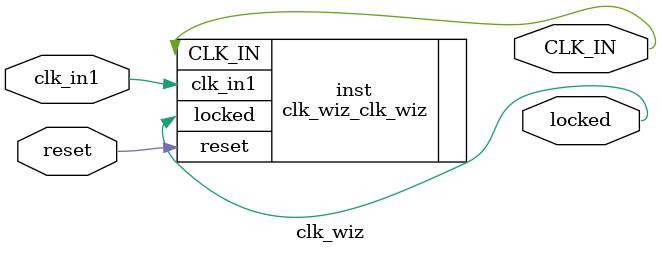
<source format=v>


`timescale 1ps/1ps

(* CORE_GENERATION_INFO = "clk_wiz,clk_wiz_v6_0_9_0_0,{component_name=clk_wiz,use_phase_alignment=true,use_min_o_jitter=false,use_max_i_jitter=false,use_dyn_phase_shift=false,use_inclk_switchover=false,use_dyn_reconfig=false,enable_axi=0,feedback_source=FDBK_AUTO,PRIMITIVE=MMCM,num_out_clk=1,clkin1_period=10.000,clkin2_period=10.000,use_power_down=false,use_reset=true,use_locked=true,use_inclk_stopped=false,feedback_type=SINGLE,CLOCK_MGR_TYPE=NA,manual_override=false}" *)

module clk_wiz 
 (
  // Clock out ports
  output        CLK_IN,
  // Status and control signals
  input         reset,
  output        locked,
 // Clock in ports
  input         clk_in1
 );

  clk_wiz_clk_wiz inst
  (
  // Clock out ports  
  .CLK_IN(CLK_IN),
  // Status and control signals               
  .reset(reset), 
  .locked(locked),
 // Clock in ports
  .clk_in1(clk_in1)
  );

endmodule

</source>
